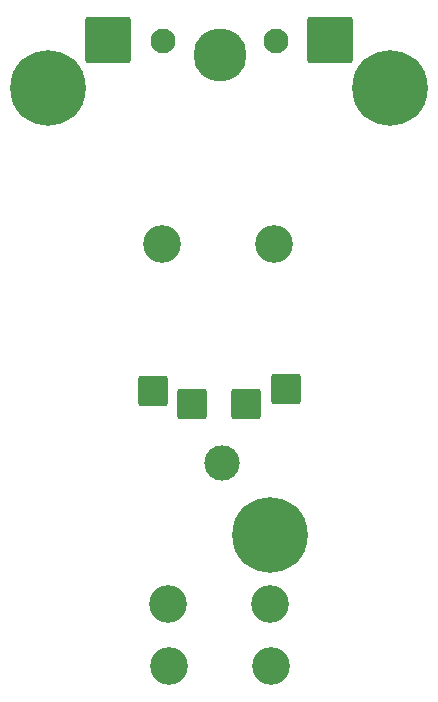
<source format=gbr>
%TF.GenerationSoftware,KiCad,Pcbnew,6.0.2+dfsg-1*%
%TF.CreationDate,2023-02-03T15:07:53+01:00*%
%TF.ProjectId,CoaxBalun,436f6178-4261-46c7-956e-2e6b69636164,rev?*%
%TF.SameCoordinates,Original*%
%TF.FileFunction,Soldermask,Top*%
%TF.FilePolarity,Negative*%
%FSLAX46Y46*%
G04 Gerber Fmt 4.6, Leading zero omitted, Abs format (unit mm)*
G04 Created by KiCad (PCBNEW 6.0.2+dfsg-1) date 2023-02-03 15:07:53*
%MOMM*%
%LPD*%
G01*
G04 APERTURE LIST*
G04 Aperture macros list*
%AMRoundRect*
0 Rectangle with rounded corners*
0 $1 Rounding radius*
0 $2 $3 $4 $5 $6 $7 $8 $9 X,Y pos of 4 corners*
0 Add a 4 corners polygon primitive as box body*
4,1,4,$2,$3,$4,$5,$6,$7,$8,$9,$2,$3,0*
0 Add four circle primitives for the rounded corners*
1,1,$1+$1,$2,$3*
1,1,$1+$1,$4,$5*
1,1,$1+$1,$6,$7*
1,1,$1+$1,$8,$9*
0 Add four rect primitives between the rounded corners*
20,1,$1+$1,$2,$3,$4,$5,0*
20,1,$1+$1,$4,$5,$6,$7,0*
20,1,$1+$1,$6,$7,$8,$9,0*
20,1,$1+$1,$8,$9,$2,$3,0*%
G04 Aperture macros list end*
%ADD10C,3.200000*%
%ADD11RoundRect,0.249999X-1.025001X-1.025001X1.025001X-1.025001X1.025001X1.025001X-1.025001X1.025001X0*%
%ADD12RoundRect,0.250002X-1.699998X-1.699998X1.699998X-1.699998X1.699998X1.699998X-1.699998X1.699998X0*%
%ADD13C,4.500000*%
%ADD14C,2.100000*%
%ADD15C,6.400000*%
%ADD16C,3.000000*%
G04 APERTURE END LIST*
D10*
%TO.C,U2*%
X112776000Y-65532000D03*
X122275600Y-65532000D03*
D11*
X119837200Y-79121000D03*
X123266200Y-77851000D03*
X111963200Y-77978000D03*
X115265200Y-79121000D03*
%TD*%
D12*
%TO.C,J5*%
X108204000Y-48260000D03*
%TD*%
D13*
%TO.C,H5*%
X117678200Y-49530000D03*
%TD*%
D12*
%TO.C,J3*%
X127000000Y-48260000D03*
%TD*%
D14*
%TO.C,H4*%
X112801400Y-48387000D03*
%TD*%
D15*
%TO.C,*%
X121920000Y-90170000D03*
%TD*%
%TO.C,H2*%
X103124000Y-52324000D03*
%TD*%
D10*
%TO.C,REF\u002A\u002A*%
X121991969Y-101306569D03*
%TD*%
D16*
%TO.C,*%
X117856000Y-84074000D03*
%TD*%
D10*
%TO.C,REF\u002A\u002A*%
X113284000Y-96012000D03*
%TD*%
D14*
%TO.C,H3*%
X122402600Y-48387000D03*
%TD*%
D10*
%TO.C,REF\u002A\u002A*%
X113355969Y-101306569D03*
%TD*%
D15*
%TO.C,H1*%
X132080000Y-52324000D03*
%TD*%
D10*
%TO.C,REF\u002A\u002A*%
X121920000Y-96012000D03*
%TD*%
M02*

</source>
